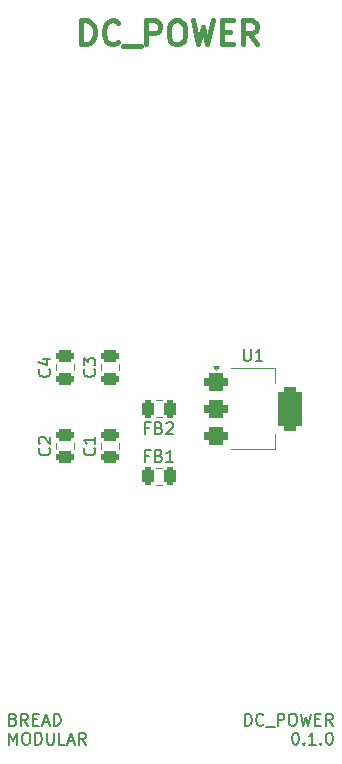
<source format=gbr>
%TF.GenerationSoftware,KiCad,Pcbnew,8.0.5*%
%TF.CreationDate,2024-11-09T04:24:37+05:30*%
%TF.ProjectId,dc_power,64635f70-6f77-4657-922e-6b696361645f,rev?*%
%TF.SameCoordinates,Original*%
%TF.FileFunction,Legend,Top*%
%TF.FilePolarity,Positive*%
%FSLAX46Y46*%
G04 Gerber Fmt 4.6, Leading zero omitted, Abs format (unit mm)*
G04 Created by KiCad (PCBNEW 8.0.5) date 2024-11-09 04:24:37*
%MOMM*%
%LPD*%
G01*
G04 APERTURE LIST*
G04 Aperture macros list*
%AMRoundRect*
0 Rectangle with rounded corners*
0 $1 Rounding radius*
0 $2 $3 $4 $5 $6 $7 $8 $9 X,Y pos of 4 corners*
0 Add a 4 corners polygon primitive as box body*
4,1,4,$2,$3,$4,$5,$6,$7,$8,$9,$2,$3,0*
0 Add four circle primitives for the rounded corners*
1,1,$1+$1,$2,$3*
1,1,$1+$1,$4,$5*
1,1,$1+$1,$6,$7*
1,1,$1+$1,$8,$9*
0 Add four rect primitives between the rounded corners*
20,1,$1+$1,$2,$3,$4,$5,0*
20,1,$1+$1,$4,$5,$6,$7,0*
20,1,$1+$1,$6,$7,$8,$9,0*
20,1,$1+$1,$8,$9,$2,$3,0*%
G04 Aperture macros list end*
%ADD10C,0.200000*%
%ADD11C,0.400000*%
%ADD12C,0.150000*%
%ADD13C,0.120000*%
%ADD14C,2.200000*%
%ADD15R,4.200000X3.600000*%
%ADD16R,4.400000X3.400000*%
%ADD17R,7.000000X3.400000*%
%ADD18RoundRect,0.375000X-0.625000X-0.375000X0.625000X-0.375000X0.625000X0.375000X-0.625000X0.375000X0*%
%ADD19RoundRect,0.500000X-0.500000X-1.400000X0.500000X-1.400000X0.500000X1.400000X-0.500000X1.400000X0*%
%ADD20RoundRect,0.250000X0.250000X0.475000X-0.250000X0.475000X-0.250000X-0.475000X0.250000X-0.475000X0*%
%ADD21RoundRect,0.250000X-0.250000X-0.475000X0.250000X-0.475000X0.250000X0.475000X-0.250000X0.475000X0*%
%ADD22RoundRect,0.250000X0.475000X-0.250000X0.475000X0.250000X-0.475000X0.250000X-0.475000X-0.250000X0*%
%ADD23R,1.700000X1.700000*%
%ADD24O,1.700000X1.700000*%
G04 APERTURE END LIST*
D10*
X68576374Y-106207275D02*
X68576374Y-105207275D01*
X68576374Y-105207275D02*
X68814469Y-105207275D01*
X68814469Y-105207275D02*
X68957326Y-105254894D01*
X68957326Y-105254894D02*
X69052564Y-105350132D01*
X69052564Y-105350132D02*
X69100183Y-105445370D01*
X69100183Y-105445370D02*
X69147802Y-105635846D01*
X69147802Y-105635846D02*
X69147802Y-105778703D01*
X69147802Y-105778703D02*
X69100183Y-105969179D01*
X69100183Y-105969179D02*
X69052564Y-106064417D01*
X69052564Y-106064417D02*
X68957326Y-106159656D01*
X68957326Y-106159656D02*
X68814469Y-106207275D01*
X68814469Y-106207275D02*
X68576374Y-106207275D01*
X70147802Y-106112036D02*
X70100183Y-106159656D01*
X70100183Y-106159656D02*
X69957326Y-106207275D01*
X69957326Y-106207275D02*
X69862088Y-106207275D01*
X69862088Y-106207275D02*
X69719231Y-106159656D01*
X69719231Y-106159656D02*
X69623993Y-106064417D01*
X69623993Y-106064417D02*
X69576374Y-105969179D01*
X69576374Y-105969179D02*
X69528755Y-105778703D01*
X69528755Y-105778703D02*
X69528755Y-105635846D01*
X69528755Y-105635846D02*
X69576374Y-105445370D01*
X69576374Y-105445370D02*
X69623993Y-105350132D01*
X69623993Y-105350132D02*
X69719231Y-105254894D01*
X69719231Y-105254894D02*
X69862088Y-105207275D01*
X69862088Y-105207275D02*
X69957326Y-105207275D01*
X69957326Y-105207275D02*
X70100183Y-105254894D01*
X70100183Y-105254894D02*
X70147802Y-105302513D01*
X70338279Y-106302513D02*
X71100183Y-106302513D01*
X71338279Y-106207275D02*
X71338279Y-105207275D01*
X71338279Y-105207275D02*
X71719231Y-105207275D01*
X71719231Y-105207275D02*
X71814469Y-105254894D01*
X71814469Y-105254894D02*
X71862088Y-105302513D01*
X71862088Y-105302513D02*
X71909707Y-105397751D01*
X71909707Y-105397751D02*
X71909707Y-105540608D01*
X71909707Y-105540608D02*
X71862088Y-105635846D01*
X71862088Y-105635846D02*
X71814469Y-105683465D01*
X71814469Y-105683465D02*
X71719231Y-105731084D01*
X71719231Y-105731084D02*
X71338279Y-105731084D01*
X72528755Y-105207275D02*
X72719231Y-105207275D01*
X72719231Y-105207275D02*
X72814469Y-105254894D01*
X72814469Y-105254894D02*
X72909707Y-105350132D01*
X72909707Y-105350132D02*
X72957326Y-105540608D01*
X72957326Y-105540608D02*
X72957326Y-105873941D01*
X72957326Y-105873941D02*
X72909707Y-106064417D01*
X72909707Y-106064417D02*
X72814469Y-106159656D01*
X72814469Y-106159656D02*
X72719231Y-106207275D01*
X72719231Y-106207275D02*
X72528755Y-106207275D01*
X72528755Y-106207275D02*
X72433517Y-106159656D01*
X72433517Y-106159656D02*
X72338279Y-106064417D01*
X72338279Y-106064417D02*
X72290660Y-105873941D01*
X72290660Y-105873941D02*
X72290660Y-105540608D01*
X72290660Y-105540608D02*
X72338279Y-105350132D01*
X72338279Y-105350132D02*
X72433517Y-105254894D01*
X72433517Y-105254894D02*
X72528755Y-105207275D01*
X73290660Y-105207275D02*
X73528755Y-106207275D01*
X73528755Y-106207275D02*
X73719231Y-105492989D01*
X73719231Y-105492989D02*
X73909707Y-106207275D01*
X73909707Y-106207275D02*
X74147803Y-105207275D01*
X74528755Y-105683465D02*
X74862088Y-105683465D01*
X75004945Y-106207275D02*
X74528755Y-106207275D01*
X74528755Y-106207275D02*
X74528755Y-105207275D01*
X74528755Y-105207275D02*
X75004945Y-105207275D01*
X76004945Y-106207275D02*
X75671612Y-105731084D01*
X75433517Y-106207275D02*
X75433517Y-105207275D01*
X75433517Y-105207275D02*
X75814469Y-105207275D01*
X75814469Y-105207275D02*
X75909707Y-105254894D01*
X75909707Y-105254894D02*
X75957326Y-105302513D01*
X75957326Y-105302513D02*
X76004945Y-105397751D01*
X76004945Y-105397751D02*
X76004945Y-105540608D01*
X76004945Y-105540608D02*
X75957326Y-105635846D01*
X75957326Y-105635846D02*
X75909707Y-105683465D01*
X75909707Y-105683465D02*
X75814469Y-105731084D01*
X75814469Y-105731084D02*
X75433517Y-105731084D01*
X72814470Y-106817219D02*
X72909708Y-106817219D01*
X72909708Y-106817219D02*
X73004946Y-106864838D01*
X73004946Y-106864838D02*
X73052565Y-106912457D01*
X73052565Y-106912457D02*
X73100184Y-107007695D01*
X73100184Y-107007695D02*
X73147803Y-107198171D01*
X73147803Y-107198171D02*
X73147803Y-107436266D01*
X73147803Y-107436266D02*
X73100184Y-107626742D01*
X73100184Y-107626742D02*
X73052565Y-107721980D01*
X73052565Y-107721980D02*
X73004946Y-107769600D01*
X73004946Y-107769600D02*
X72909708Y-107817219D01*
X72909708Y-107817219D02*
X72814470Y-107817219D01*
X72814470Y-107817219D02*
X72719232Y-107769600D01*
X72719232Y-107769600D02*
X72671613Y-107721980D01*
X72671613Y-107721980D02*
X72623994Y-107626742D01*
X72623994Y-107626742D02*
X72576375Y-107436266D01*
X72576375Y-107436266D02*
X72576375Y-107198171D01*
X72576375Y-107198171D02*
X72623994Y-107007695D01*
X72623994Y-107007695D02*
X72671613Y-106912457D01*
X72671613Y-106912457D02*
X72719232Y-106864838D01*
X72719232Y-106864838D02*
X72814470Y-106817219D01*
X73576375Y-107721980D02*
X73623994Y-107769600D01*
X73623994Y-107769600D02*
X73576375Y-107817219D01*
X73576375Y-107817219D02*
X73528756Y-107769600D01*
X73528756Y-107769600D02*
X73576375Y-107721980D01*
X73576375Y-107721980D02*
X73576375Y-107817219D01*
X74576374Y-107817219D02*
X74004946Y-107817219D01*
X74290660Y-107817219D02*
X74290660Y-106817219D01*
X74290660Y-106817219D02*
X74195422Y-106960076D01*
X74195422Y-106960076D02*
X74100184Y-107055314D01*
X74100184Y-107055314D02*
X74004946Y-107102933D01*
X75004946Y-107721980D02*
X75052565Y-107769600D01*
X75052565Y-107769600D02*
X75004946Y-107817219D01*
X75004946Y-107817219D02*
X74957327Y-107769600D01*
X74957327Y-107769600D02*
X75004946Y-107721980D01*
X75004946Y-107721980D02*
X75004946Y-107817219D01*
X75671612Y-106817219D02*
X75766850Y-106817219D01*
X75766850Y-106817219D02*
X75862088Y-106864838D01*
X75862088Y-106864838D02*
X75909707Y-106912457D01*
X75909707Y-106912457D02*
X75957326Y-107007695D01*
X75957326Y-107007695D02*
X76004945Y-107198171D01*
X76004945Y-107198171D02*
X76004945Y-107436266D01*
X76004945Y-107436266D02*
X75957326Y-107626742D01*
X75957326Y-107626742D02*
X75909707Y-107721980D01*
X75909707Y-107721980D02*
X75862088Y-107769600D01*
X75862088Y-107769600D02*
X75766850Y-107817219D01*
X75766850Y-107817219D02*
X75671612Y-107817219D01*
X75671612Y-107817219D02*
X75576374Y-107769600D01*
X75576374Y-107769600D02*
X75528755Y-107721980D01*
X75528755Y-107721980D02*
X75481136Y-107626742D01*
X75481136Y-107626742D02*
X75433517Y-107436266D01*
X75433517Y-107436266D02*
X75433517Y-107198171D01*
X75433517Y-107198171D02*
X75481136Y-107007695D01*
X75481136Y-107007695D02*
X75528755Y-106912457D01*
X75528755Y-106912457D02*
X75576374Y-106864838D01*
X75576374Y-106864838D02*
X75671612Y-106817219D01*
D11*
X54714347Y-48502438D02*
X54714347Y-46502438D01*
X54714347Y-46502438D02*
X55190537Y-46502438D01*
X55190537Y-46502438D02*
X55476252Y-46597676D01*
X55476252Y-46597676D02*
X55666728Y-46788152D01*
X55666728Y-46788152D02*
X55761966Y-46978628D01*
X55761966Y-46978628D02*
X55857204Y-47359580D01*
X55857204Y-47359580D02*
X55857204Y-47645295D01*
X55857204Y-47645295D02*
X55761966Y-48026247D01*
X55761966Y-48026247D02*
X55666728Y-48216723D01*
X55666728Y-48216723D02*
X55476252Y-48407200D01*
X55476252Y-48407200D02*
X55190537Y-48502438D01*
X55190537Y-48502438D02*
X54714347Y-48502438D01*
X57857204Y-48311961D02*
X57761966Y-48407200D01*
X57761966Y-48407200D02*
X57476252Y-48502438D01*
X57476252Y-48502438D02*
X57285776Y-48502438D01*
X57285776Y-48502438D02*
X57000061Y-48407200D01*
X57000061Y-48407200D02*
X56809585Y-48216723D01*
X56809585Y-48216723D02*
X56714347Y-48026247D01*
X56714347Y-48026247D02*
X56619109Y-47645295D01*
X56619109Y-47645295D02*
X56619109Y-47359580D01*
X56619109Y-47359580D02*
X56714347Y-46978628D01*
X56714347Y-46978628D02*
X56809585Y-46788152D01*
X56809585Y-46788152D02*
X57000061Y-46597676D01*
X57000061Y-46597676D02*
X57285776Y-46502438D01*
X57285776Y-46502438D02*
X57476252Y-46502438D01*
X57476252Y-46502438D02*
X57761966Y-46597676D01*
X57761966Y-46597676D02*
X57857204Y-46692914D01*
X58238157Y-48692914D02*
X59761966Y-48692914D01*
X60238157Y-48502438D02*
X60238157Y-46502438D01*
X60238157Y-46502438D02*
X61000062Y-46502438D01*
X61000062Y-46502438D02*
X61190538Y-46597676D01*
X61190538Y-46597676D02*
X61285776Y-46692914D01*
X61285776Y-46692914D02*
X61381014Y-46883390D01*
X61381014Y-46883390D02*
X61381014Y-47169104D01*
X61381014Y-47169104D02*
X61285776Y-47359580D01*
X61285776Y-47359580D02*
X61190538Y-47454819D01*
X61190538Y-47454819D02*
X61000062Y-47550057D01*
X61000062Y-47550057D02*
X60238157Y-47550057D01*
X62619109Y-46502438D02*
X63000062Y-46502438D01*
X63000062Y-46502438D02*
X63190538Y-46597676D01*
X63190538Y-46597676D02*
X63381014Y-46788152D01*
X63381014Y-46788152D02*
X63476252Y-47169104D01*
X63476252Y-47169104D02*
X63476252Y-47835771D01*
X63476252Y-47835771D02*
X63381014Y-48216723D01*
X63381014Y-48216723D02*
X63190538Y-48407200D01*
X63190538Y-48407200D02*
X63000062Y-48502438D01*
X63000062Y-48502438D02*
X62619109Y-48502438D01*
X62619109Y-48502438D02*
X62428633Y-48407200D01*
X62428633Y-48407200D02*
X62238157Y-48216723D01*
X62238157Y-48216723D02*
X62142919Y-47835771D01*
X62142919Y-47835771D02*
X62142919Y-47169104D01*
X62142919Y-47169104D02*
X62238157Y-46788152D01*
X62238157Y-46788152D02*
X62428633Y-46597676D01*
X62428633Y-46597676D02*
X62619109Y-46502438D01*
X64142919Y-46502438D02*
X64619109Y-48502438D01*
X64619109Y-48502438D02*
X65000062Y-47073866D01*
X65000062Y-47073866D02*
X65381014Y-48502438D01*
X65381014Y-48502438D02*
X65857205Y-46502438D01*
X66619109Y-47454819D02*
X67285776Y-47454819D01*
X67571490Y-48502438D02*
X66619109Y-48502438D01*
X66619109Y-48502438D02*
X66619109Y-46502438D01*
X66619109Y-46502438D02*
X67571490Y-46502438D01*
X69571490Y-48502438D02*
X68904823Y-47550057D01*
X68428633Y-48502438D02*
X68428633Y-46502438D01*
X68428633Y-46502438D02*
X69190538Y-46502438D01*
X69190538Y-46502438D02*
X69381014Y-46597676D01*
X69381014Y-46597676D02*
X69476252Y-46692914D01*
X69476252Y-46692914D02*
X69571490Y-46883390D01*
X69571490Y-46883390D02*
X69571490Y-47169104D01*
X69571490Y-47169104D02*
X69476252Y-47359580D01*
X69476252Y-47359580D02*
X69381014Y-47454819D01*
X69381014Y-47454819D02*
X69190538Y-47550057D01*
X69190538Y-47550057D02*
X68428633Y-47550057D01*
D10*
X48963006Y-105683465D02*
X49105863Y-105731084D01*
X49105863Y-105731084D02*
X49153482Y-105778703D01*
X49153482Y-105778703D02*
X49201101Y-105873941D01*
X49201101Y-105873941D02*
X49201101Y-106016798D01*
X49201101Y-106016798D02*
X49153482Y-106112036D01*
X49153482Y-106112036D02*
X49105863Y-106159656D01*
X49105863Y-106159656D02*
X49010625Y-106207275D01*
X49010625Y-106207275D02*
X48629673Y-106207275D01*
X48629673Y-106207275D02*
X48629673Y-105207275D01*
X48629673Y-105207275D02*
X48963006Y-105207275D01*
X48963006Y-105207275D02*
X49058244Y-105254894D01*
X49058244Y-105254894D02*
X49105863Y-105302513D01*
X49105863Y-105302513D02*
X49153482Y-105397751D01*
X49153482Y-105397751D02*
X49153482Y-105492989D01*
X49153482Y-105492989D02*
X49105863Y-105588227D01*
X49105863Y-105588227D02*
X49058244Y-105635846D01*
X49058244Y-105635846D02*
X48963006Y-105683465D01*
X48963006Y-105683465D02*
X48629673Y-105683465D01*
X50201101Y-106207275D02*
X49867768Y-105731084D01*
X49629673Y-106207275D02*
X49629673Y-105207275D01*
X49629673Y-105207275D02*
X50010625Y-105207275D01*
X50010625Y-105207275D02*
X50105863Y-105254894D01*
X50105863Y-105254894D02*
X50153482Y-105302513D01*
X50153482Y-105302513D02*
X50201101Y-105397751D01*
X50201101Y-105397751D02*
X50201101Y-105540608D01*
X50201101Y-105540608D02*
X50153482Y-105635846D01*
X50153482Y-105635846D02*
X50105863Y-105683465D01*
X50105863Y-105683465D02*
X50010625Y-105731084D01*
X50010625Y-105731084D02*
X49629673Y-105731084D01*
X50629673Y-105683465D02*
X50963006Y-105683465D01*
X51105863Y-106207275D02*
X50629673Y-106207275D01*
X50629673Y-106207275D02*
X50629673Y-105207275D01*
X50629673Y-105207275D02*
X51105863Y-105207275D01*
X51486816Y-105921560D02*
X51963006Y-105921560D01*
X51391578Y-106207275D02*
X51724911Y-105207275D01*
X51724911Y-105207275D02*
X52058244Y-106207275D01*
X52391578Y-106207275D02*
X52391578Y-105207275D01*
X52391578Y-105207275D02*
X52629673Y-105207275D01*
X52629673Y-105207275D02*
X52772530Y-105254894D01*
X52772530Y-105254894D02*
X52867768Y-105350132D01*
X52867768Y-105350132D02*
X52915387Y-105445370D01*
X52915387Y-105445370D02*
X52963006Y-105635846D01*
X52963006Y-105635846D02*
X52963006Y-105778703D01*
X52963006Y-105778703D02*
X52915387Y-105969179D01*
X52915387Y-105969179D02*
X52867768Y-106064417D01*
X52867768Y-106064417D02*
X52772530Y-106159656D01*
X52772530Y-106159656D02*
X52629673Y-106207275D01*
X52629673Y-106207275D02*
X52391578Y-106207275D01*
X48629673Y-107817219D02*
X48629673Y-106817219D01*
X48629673Y-106817219D02*
X48963006Y-107531504D01*
X48963006Y-107531504D02*
X49296339Y-106817219D01*
X49296339Y-106817219D02*
X49296339Y-107817219D01*
X49963006Y-106817219D02*
X50153482Y-106817219D01*
X50153482Y-106817219D02*
X50248720Y-106864838D01*
X50248720Y-106864838D02*
X50343958Y-106960076D01*
X50343958Y-106960076D02*
X50391577Y-107150552D01*
X50391577Y-107150552D02*
X50391577Y-107483885D01*
X50391577Y-107483885D02*
X50343958Y-107674361D01*
X50343958Y-107674361D02*
X50248720Y-107769600D01*
X50248720Y-107769600D02*
X50153482Y-107817219D01*
X50153482Y-107817219D02*
X49963006Y-107817219D01*
X49963006Y-107817219D02*
X49867768Y-107769600D01*
X49867768Y-107769600D02*
X49772530Y-107674361D01*
X49772530Y-107674361D02*
X49724911Y-107483885D01*
X49724911Y-107483885D02*
X49724911Y-107150552D01*
X49724911Y-107150552D02*
X49772530Y-106960076D01*
X49772530Y-106960076D02*
X49867768Y-106864838D01*
X49867768Y-106864838D02*
X49963006Y-106817219D01*
X50820149Y-107817219D02*
X50820149Y-106817219D01*
X50820149Y-106817219D02*
X51058244Y-106817219D01*
X51058244Y-106817219D02*
X51201101Y-106864838D01*
X51201101Y-106864838D02*
X51296339Y-106960076D01*
X51296339Y-106960076D02*
X51343958Y-107055314D01*
X51343958Y-107055314D02*
X51391577Y-107245790D01*
X51391577Y-107245790D02*
X51391577Y-107388647D01*
X51391577Y-107388647D02*
X51343958Y-107579123D01*
X51343958Y-107579123D02*
X51296339Y-107674361D01*
X51296339Y-107674361D02*
X51201101Y-107769600D01*
X51201101Y-107769600D02*
X51058244Y-107817219D01*
X51058244Y-107817219D02*
X50820149Y-107817219D01*
X51820149Y-106817219D02*
X51820149Y-107626742D01*
X51820149Y-107626742D02*
X51867768Y-107721980D01*
X51867768Y-107721980D02*
X51915387Y-107769600D01*
X51915387Y-107769600D02*
X52010625Y-107817219D01*
X52010625Y-107817219D02*
X52201101Y-107817219D01*
X52201101Y-107817219D02*
X52296339Y-107769600D01*
X52296339Y-107769600D02*
X52343958Y-107721980D01*
X52343958Y-107721980D02*
X52391577Y-107626742D01*
X52391577Y-107626742D02*
X52391577Y-106817219D01*
X53343958Y-107817219D02*
X52867768Y-107817219D01*
X52867768Y-107817219D02*
X52867768Y-106817219D01*
X53629673Y-107531504D02*
X54105863Y-107531504D01*
X53534435Y-107817219D02*
X53867768Y-106817219D01*
X53867768Y-106817219D02*
X54201101Y-107817219D01*
X55105863Y-107817219D02*
X54772530Y-107341028D01*
X54534435Y-107817219D02*
X54534435Y-106817219D01*
X54534435Y-106817219D02*
X54915387Y-106817219D01*
X54915387Y-106817219D02*
X55010625Y-106864838D01*
X55010625Y-106864838D02*
X55058244Y-106912457D01*
X55058244Y-106912457D02*
X55105863Y-107007695D01*
X55105863Y-107007695D02*
X55105863Y-107150552D01*
X55105863Y-107150552D02*
X55058244Y-107245790D01*
X55058244Y-107245790D02*
X55010625Y-107293409D01*
X55010625Y-107293409D02*
X54915387Y-107341028D01*
X54915387Y-107341028D02*
X54534435Y-107341028D01*
D12*
X68478095Y-74329819D02*
X68478095Y-75139342D01*
X68478095Y-75139342D02*
X68525714Y-75234580D01*
X68525714Y-75234580D02*
X68573333Y-75282200D01*
X68573333Y-75282200D02*
X68668571Y-75329819D01*
X68668571Y-75329819D02*
X68859047Y-75329819D01*
X68859047Y-75329819D02*
X68954285Y-75282200D01*
X68954285Y-75282200D02*
X69001904Y-75234580D01*
X69001904Y-75234580D02*
X69049523Y-75139342D01*
X69049523Y-75139342D02*
X69049523Y-74329819D01*
X70049523Y-75329819D02*
X69478095Y-75329819D01*
X69763809Y-75329819D02*
X69763809Y-74329819D01*
X69763809Y-74329819D02*
X69668571Y-74472676D01*
X69668571Y-74472676D02*
X69573333Y-74567914D01*
X69573333Y-74567914D02*
X69478095Y-74615533D01*
X60446666Y-80986009D02*
X60113333Y-80986009D01*
X60113333Y-81509819D02*
X60113333Y-80509819D01*
X60113333Y-80509819D02*
X60589523Y-80509819D01*
X61303809Y-80986009D02*
X61446666Y-81033628D01*
X61446666Y-81033628D02*
X61494285Y-81081247D01*
X61494285Y-81081247D02*
X61541904Y-81176485D01*
X61541904Y-81176485D02*
X61541904Y-81319342D01*
X61541904Y-81319342D02*
X61494285Y-81414580D01*
X61494285Y-81414580D02*
X61446666Y-81462200D01*
X61446666Y-81462200D02*
X61351428Y-81509819D01*
X61351428Y-81509819D02*
X60970476Y-81509819D01*
X60970476Y-81509819D02*
X60970476Y-80509819D01*
X60970476Y-80509819D02*
X61303809Y-80509819D01*
X61303809Y-80509819D02*
X61399047Y-80557438D01*
X61399047Y-80557438D02*
X61446666Y-80605057D01*
X61446666Y-80605057D02*
X61494285Y-80700295D01*
X61494285Y-80700295D02*
X61494285Y-80795533D01*
X61494285Y-80795533D02*
X61446666Y-80890771D01*
X61446666Y-80890771D02*
X61399047Y-80938390D01*
X61399047Y-80938390D02*
X61303809Y-80986009D01*
X61303809Y-80986009D02*
X60970476Y-80986009D01*
X61922857Y-80605057D02*
X61970476Y-80557438D01*
X61970476Y-80557438D02*
X62065714Y-80509819D01*
X62065714Y-80509819D02*
X62303809Y-80509819D01*
X62303809Y-80509819D02*
X62399047Y-80557438D01*
X62399047Y-80557438D02*
X62446666Y-80605057D01*
X62446666Y-80605057D02*
X62494285Y-80700295D01*
X62494285Y-80700295D02*
X62494285Y-80795533D01*
X62494285Y-80795533D02*
X62446666Y-80938390D01*
X62446666Y-80938390D02*
X61875238Y-81509819D01*
X61875238Y-81509819D02*
X62494285Y-81509819D01*
X60446666Y-83341009D02*
X60113333Y-83341009D01*
X60113333Y-83864819D02*
X60113333Y-82864819D01*
X60113333Y-82864819D02*
X60589523Y-82864819D01*
X61303809Y-83341009D02*
X61446666Y-83388628D01*
X61446666Y-83388628D02*
X61494285Y-83436247D01*
X61494285Y-83436247D02*
X61541904Y-83531485D01*
X61541904Y-83531485D02*
X61541904Y-83674342D01*
X61541904Y-83674342D02*
X61494285Y-83769580D01*
X61494285Y-83769580D02*
X61446666Y-83817200D01*
X61446666Y-83817200D02*
X61351428Y-83864819D01*
X61351428Y-83864819D02*
X60970476Y-83864819D01*
X60970476Y-83864819D02*
X60970476Y-82864819D01*
X60970476Y-82864819D02*
X61303809Y-82864819D01*
X61303809Y-82864819D02*
X61399047Y-82912438D01*
X61399047Y-82912438D02*
X61446666Y-82960057D01*
X61446666Y-82960057D02*
X61494285Y-83055295D01*
X61494285Y-83055295D02*
X61494285Y-83150533D01*
X61494285Y-83150533D02*
X61446666Y-83245771D01*
X61446666Y-83245771D02*
X61399047Y-83293390D01*
X61399047Y-83293390D02*
X61303809Y-83341009D01*
X61303809Y-83341009D02*
X60970476Y-83341009D01*
X62494285Y-83864819D02*
X61922857Y-83864819D01*
X62208571Y-83864819D02*
X62208571Y-82864819D01*
X62208571Y-82864819D02*
X62113333Y-83007676D01*
X62113333Y-83007676D02*
X62018095Y-83102914D01*
X62018095Y-83102914D02*
X61922857Y-83150533D01*
X52019580Y-76046666D02*
X52067200Y-76094285D01*
X52067200Y-76094285D02*
X52114819Y-76237142D01*
X52114819Y-76237142D02*
X52114819Y-76332380D01*
X52114819Y-76332380D02*
X52067200Y-76475237D01*
X52067200Y-76475237D02*
X51971961Y-76570475D01*
X51971961Y-76570475D02*
X51876723Y-76618094D01*
X51876723Y-76618094D02*
X51686247Y-76665713D01*
X51686247Y-76665713D02*
X51543390Y-76665713D01*
X51543390Y-76665713D02*
X51352914Y-76618094D01*
X51352914Y-76618094D02*
X51257676Y-76570475D01*
X51257676Y-76570475D02*
X51162438Y-76475237D01*
X51162438Y-76475237D02*
X51114819Y-76332380D01*
X51114819Y-76332380D02*
X51114819Y-76237142D01*
X51114819Y-76237142D02*
X51162438Y-76094285D01*
X51162438Y-76094285D02*
X51210057Y-76046666D01*
X51448152Y-75189523D02*
X52114819Y-75189523D01*
X51067200Y-75427618D02*
X51781485Y-75665713D01*
X51781485Y-75665713D02*
X51781485Y-75046666D01*
X55829580Y-76046666D02*
X55877200Y-76094285D01*
X55877200Y-76094285D02*
X55924819Y-76237142D01*
X55924819Y-76237142D02*
X55924819Y-76332380D01*
X55924819Y-76332380D02*
X55877200Y-76475237D01*
X55877200Y-76475237D02*
X55781961Y-76570475D01*
X55781961Y-76570475D02*
X55686723Y-76618094D01*
X55686723Y-76618094D02*
X55496247Y-76665713D01*
X55496247Y-76665713D02*
X55353390Y-76665713D01*
X55353390Y-76665713D02*
X55162914Y-76618094D01*
X55162914Y-76618094D02*
X55067676Y-76570475D01*
X55067676Y-76570475D02*
X54972438Y-76475237D01*
X54972438Y-76475237D02*
X54924819Y-76332380D01*
X54924819Y-76332380D02*
X54924819Y-76237142D01*
X54924819Y-76237142D02*
X54972438Y-76094285D01*
X54972438Y-76094285D02*
X55020057Y-76046666D01*
X54924819Y-75713332D02*
X54924819Y-75094285D01*
X54924819Y-75094285D02*
X55305771Y-75427618D01*
X55305771Y-75427618D02*
X55305771Y-75284761D01*
X55305771Y-75284761D02*
X55353390Y-75189523D01*
X55353390Y-75189523D02*
X55401009Y-75141904D01*
X55401009Y-75141904D02*
X55496247Y-75094285D01*
X55496247Y-75094285D02*
X55734342Y-75094285D01*
X55734342Y-75094285D02*
X55829580Y-75141904D01*
X55829580Y-75141904D02*
X55877200Y-75189523D01*
X55877200Y-75189523D02*
X55924819Y-75284761D01*
X55924819Y-75284761D02*
X55924819Y-75570475D01*
X55924819Y-75570475D02*
X55877200Y-75665713D01*
X55877200Y-75665713D02*
X55829580Y-75713332D01*
X52019580Y-82716666D02*
X52067200Y-82764285D01*
X52067200Y-82764285D02*
X52114819Y-82907142D01*
X52114819Y-82907142D02*
X52114819Y-83002380D01*
X52114819Y-83002380D02*
X52067200Y-83145237D01*
X52067200Y-83145237D02*
X51971961Y-83240475D01*
X51971961Y-83240475D02*
X51876723Y-83288094D01*
X51876723Y-83288094D02*
X51686247Y-83335713D01*
X51686247Y-83335713D02*
X51543390Y-83335713D01*
X51543390Y-83335713D02*
X51352914Y-83288094D01*
X51352914Y-83288094D02*
X51257676Y-83240475D01*
X51257676Y-83240475D02*
X51162438Y-83145237D01*
X51162438Y-83145237D02*
X51114819Y-83002380D01*
X51114819Y-83002380D02*
X51114819Y-82907142D01*
X51114819Y-82907142D02*
X51162438Y-82764285D01*
X51162438Y-82764285D02*
X51210057Y-82716666D01*
X51210057Y-82335713D02*
X51162438Y-82288094D01*
X51162438Y-82288094D02*
X51114819Y-82192856D01*
X51114819Y-82192856D02*
X51114819Y-81954761D01*
X51114819Y-81954761D02*
X51162438Y-81859523D01*
X51162438Y-81859523D02*
X51210057Y-81811904D01*
X51210057Y-81811904D02*
X51305295Y-81764285D01*
X51305295Y-81764285D02*
X51400533Y-81764285D01*
X51400533Y-81764285D02*
X51543390Y-81811904D01*
X51543390Y-81811904D02*
X52114819Y-82383332D01*
X52114819Y-82383332D02*
X52114819Y-81764285D01*
X55829580Y-82716666D02*
X55877200Y-82764285D01*
X55877200Y-82764285D02*
X55924819Y-82907142D01*
X55924819Y-82907142D02*
X55924819Y-83002380D01*
X55924819Y-83002380D02*
X55877200Y-83145237D01*
X55877200Y-83145237D02*
X55781961Y-83240475D01*
X55781961Y-83240475D02*
X55686723Y-83288094D01*
X55686723Y-83288094D02*
X55496247Y-83335713D01*
X55496247Y-83335713D02*
X55353390Y-83335713D01*
X55353390Y-83335713D02*
X55162914Y-83288094D01*
X55162914Y-83288094D02*
X55067676Y-83240475D01*
X55067676Y-83240475D02*
X54972438Y-83145237D01*
X54972438Y-83145237D02*
X54924819Y-83002380D01*
X54924819Y-83002380D02*
X54924819Y-82907142D01*
X54924819Y-82907142D02*
X54972438Y-82764285D01*
X54972438Y-82764285D02*
X55020057Y-82716666D01*
X55924819Y-81764285D02*
X55924819Y-82335713D01*
X55924819Y-82049999D02*
X54924819Y-82049999D01*
X54924819Y-82049999D02*
X55067676Y-82145237D01*
X55067676Y-82145237D02*
X55162914Y-82240475D01*
X55162914Y-82240475D02*
X55210533Y-82335713D01*
D13*
%TO.C,U1*%
X67390000Y-75965000D02*
X71150000Y-75965000D01*
X67390000Y-82785000D02*
X71150000Y-82785000D01*
X71150000Y-75965000D02*
X71150000Y-77225000D01*
X71150000Y-82785000D02*
X71150000Y-81525000D01*
X66110000Y-76065000D02*
X65870000Y-75735000D01*
X66350000Y-75735000D01*
X66110000Y-76065000D01*
G36*
X66110000Y-76065000D02*
G01*
X65870000Y-75735000D01*
X66350000Y-75735000D01*
X66110000Y-76065000D01*
G37*
%TO.C,FB2*%
X61541252Y-80110000D02*
X61018748Y-80110000D01*
X61541252Y-78640000D02*
X61018748Y-78640000D01*
%TO.C,FB1*%
X61018748Y-84355000D02*
X61541252Y-84355000D01*
X61018748Y-85825000D02*
X61541252Y-85825000D01*
%TO.C,C4*%
X52605000Y-76141252D02*
X52605000Y-75618748D01*
X54075000Y-76141252D02*
X54075000Y-75618748D01*
%TO.C,C3*%
X56415000Y-76141252D02*
X56415000Y-75618748D01*
X57885000Y-76141252D02*
X57885000Y-75618748D01*
%TO.C,C2*%
X52605000Y-82811252D02*
X52605000Y-82288748D01*
X54075000Y-82811252D02*
X54075000Y-82288748D01*
%TO.C,C1*%
X56415000Y-82811252D02*
X56415000Y-82288748D01*
X57885000Y-82811252D02*
X57885000Y-82288748D01*
%TD*%
%LPC*%
D14*
%TO.C,J1*%
X65205000Y-65810000D03*
X60550000Y-56135000D03*
D15*
X60950000Y-67650000D03*
D16*
X68040000Y-62330000D03*
D17*
X67120000Y-56280000D03*
%TD*%
D18*
%TO.C,U1*%
X66090000Y-77075000D03*
X66090000Y-79375000D03*
X66090000Y-81675000D03*
D19*
X72390000Y-79375000D03*
%TD*%
D20*
%TO.C,FB2*%
X62230000Y-79375000D03*
X60330000Y-79375000D03*
%TD*%
D21*
%TO.C,FB1*%
X60330000Y-85090000D03*
X62230000Y-85090000D03*
%TD*%
D22*
%TO.C,C4*%
X53340000Y-76830000D03*
X53340000Y-74930000D03*
%TD*%
%TO.C,C3*%
X57150000Y-76830000D03*
X57150000Y-74930000D03*
%TD*%
%TO.C,C2*%
X53340000Y-83500000D03*
X53340000Y-81600000D03*
%TD*%
%TO.C,C1*%
X57150000Y-83500000D03*
X57150000Y-81600000D03*
%TD*%
D23*
%TO.C,GND1*%
X55880000Y-96520000D03*
D24*
X58420000Y-96520000D03*
X60960000Y-96520000D03*
X63500000Y-96520000D03*
X66040000Y-96520000D03*
%TD*%
D23*
%TO.C,5V1*%
X55880000Y-50800000D03*
D24*
X58420000Y-50800000D03*
X60960000Y-50800000D03*
X63500000Y-50800000D03*
X66040000Y-50800000D03*
%TD*%
%LPD*%
M02*

</source>
